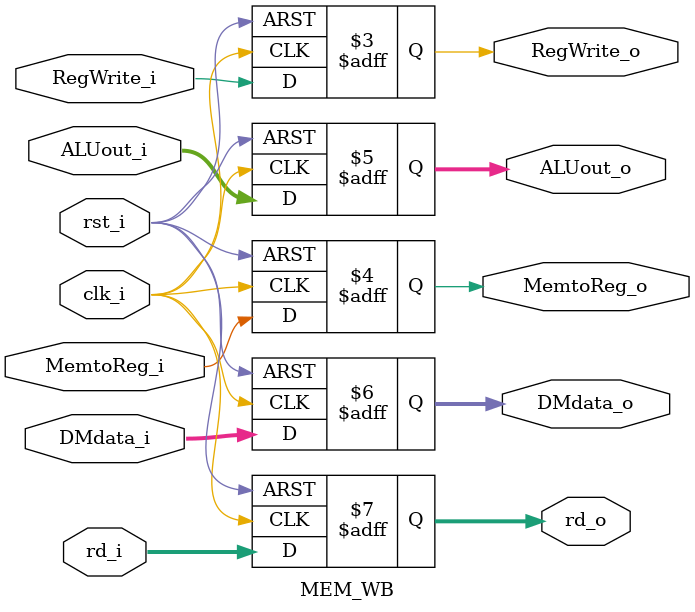
<source format=v>
module MEM_WB(
	clk_i,
	rst_i,
	RegWrite_i, RegWrite_o,
	MemtoReg_i, MemtoReg_o,
	ALUout_i, ALUout_o,
	DMdata_i, DMdata_o,
	rd_i, rd_o,
);

input	clk_i;
input	rst_i;
input 	RegWrite_i; output reg RegWrite_o;
input 	MemtoReg_i; output reg MemtoReg_o;
input [31:0]		ALUout_i;
output reg [31:0] 	ALUout_o;
input [31:0]		DMdata_i;
output reg [31:0]	DMdata_o;
input [4:0]			rd_i;
output reg [4:0]	rd_o;

always @(posedge clk_i or negedge rst_i) begin
	if (~rst_i) begin
		MemtoReg_o <= 0;
		ALUout_o <= 0;
		DMdata_o <= 0;
		rd_o <= 0;
		RegWrite_o <= 0;
	end
	else begin
		MemtoReg_o <= MemtoReg_i;
		ALUout_o <= ALUout_i;
		DMdata_o <= DMdata_i;
		rd_o <= rd_i;
		RegWrite_o <= RegWrite_i;
	end
end

endmodule

</source>
